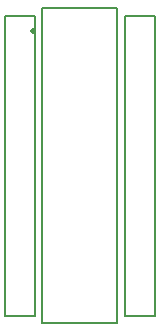
<source format=gto>
%FSLAX33Y33*%
%MOMM*%
%ADD10C,0.15*%
%ADD11C,0.5*%
D10*
%LNtop silkscreen_traces*%
%LNtop silkscreen component 309694ad8b3f13a2*%
G01*
X0Y0635D02*
X0Y26035D01*
X2540Y26035*
X2540Y0635*
X0Y0635*
%LNtop silkscreen component c8eb11d80bf9654a*%
X3175Y0D02*
X3175Y26670D01*
X9525Y26670*
X9525Y0*
X3175Y0*
D11*
X2425Y24765D03*
%LNtop silkscreen component cb1a5b1a6717c329*%
D10*
X10160Y0635D02*
X10160Y26035D01*
X12700Y26035*
X12700Y0635*
X10160Y0635*
M02*
</source>
